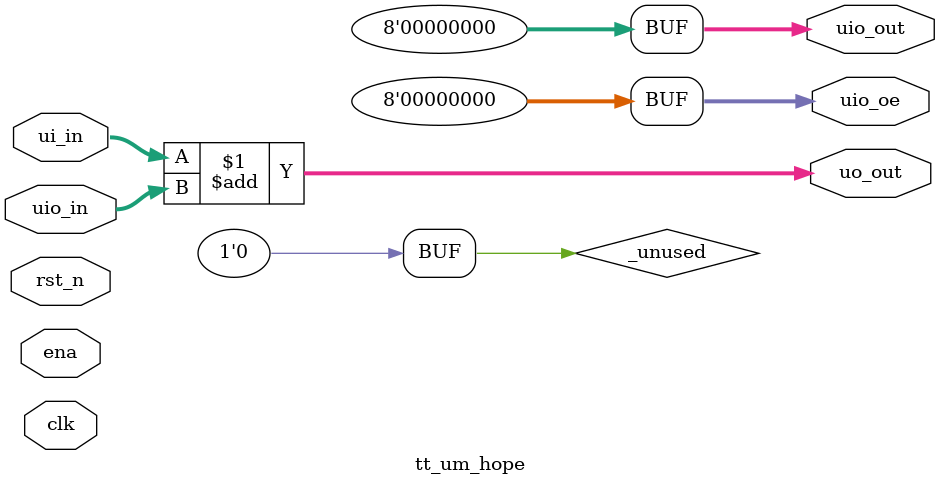
<source format=v>
/*
 * Copyright (c) 2024 Your Name
 * SPDX-License-Identifier: Apache-2.0
 */

`default_nettype none

module tt_um_hope (
    input  wire [7:0] ui_in,    // Dedicated inputs
    output wire [7:0] uo_out,   // Dedicated outputs
    input  wire [7:0] uio_in,   // IOs: Input path
    output wire [7:0] uio_out,  // IOs: Output path
    output wire [7:0] uio_oe,   // IOs: Enable path (active high: 0=input, 1=output)
    input  wire       ena,      // always 1 when the design is powered, so you can ignore it
    input  wire       clk,      // clock
    input  wire       rst_n     // reset_n - low to reset
);

  // All output pins must be assigned. If not used, assign to 0.
  assign uo_out  = ui_in + uio_in;  // Example: ou_out is the sum of ui_in and uio_in
  assign uio_out = 0;
  assign uio_oe  = 0;

  // List all unused inputs to prevent warnings
  wire _unused = &{ena, clk, rst_n, 1'b0};

endmodule

</source>
